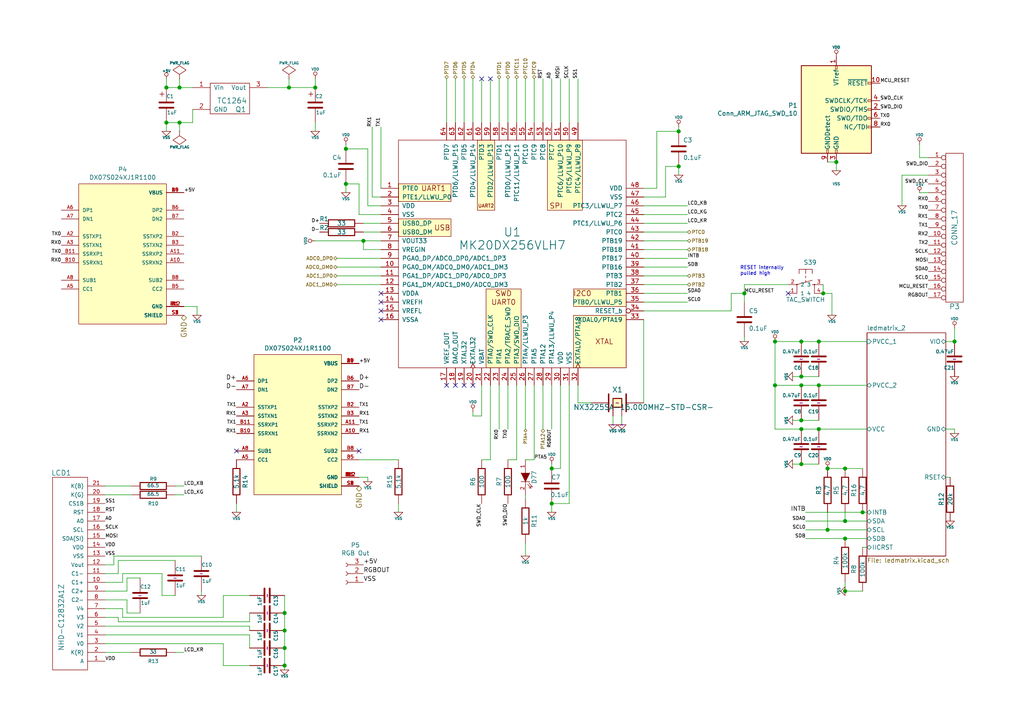
<source format=kicad_sch>
(kicad_sch (version 20210621) (generator eeschema)
  (paper "A4")
  (title_block (title "ICED-L") (date "2016-07-17") (rev "Rev 1.2b") (company "Input Club"))
  (junction (at 48.26 25.4) (diameter 1.016))
  (junction (at 48.26 35.56) (diameter 1.016))
  (junction (at 52.07 25.4) (diameter 1.016))
  (junction (at 52.07 35.56) (diameter 1.016))
  (junction (at 82.55 177.8) (diameter 1.016))
  (junction (at 82.55 182.88) (diameter 1.016))
  (junction (at 82.55 187.96) (diameter 1.016))
  (junction (at 82.55 193.04) (diameter 1.016))
  (junction (at 83.82 25.4) (diameter 1.016))
  (junction (at 91.44 25.4) (diameter 1.016))
  (junction (at 100.33 43.18) (diameter 1.016))
  (junction (at 100.33 53.34) (diameter 1.016))
  (junction (at 105.41 69.85) (diameter 1.016))
  (junction (at 160.02 135.89) (diameter 1.016))
  (junction (at 160.02 146.05) (diameter 1.016))
  (junction (at 196.85 38.1) (diameter 1.016))
  (junction (at 196.85 48.26) (diameter 1.016))
  (junction (at 215.9 85.09) (diameter 1.016))
  (junction (at 224.79 99.06) (diameter 1.016))
  (junction (at 224.79 111.76) (diameter 1.016))
  (junction (at 232.41 99.06) (diameter 1.016))
  (junction (at 232.41 109.22) (diameter 1.016))
  (junction (at 232.41 111.76) (diameter 1.016))
  (junction (at 232.41 121.92) (diameter 1.016))
  (junction (at 232.41 124.46) (diameter 1.016))
  (junction (at 232.41 134.62) (diameter 1.016))
  (junction (at 237.49 99.06) (diameter 1.016))
  (junction (at 237.49 111.76) (diameter 1.016))
  (junction (at 237.49 124.46) (diameter 1.016))
  (junction (at 238.76 85.09) (diameter 1.016))
  (junction (at 240.03 135.89) (diameter 1.016))
  (junction (at 240.03 153.67) (diameter 1.016))
  (junction (at 242.57 46.99) (diameter 1.016))
  (junction (at 245.11 135.89) (diameter 1.016))
  (junction (at 245.11 151.13) (diameter 1.016))
  (junction (at 245.11 156.21) (diameter 1.016))
  (junction (at 245.11 171.45) (diameter 1.016))
  (junction (at 250.19 148.59) (diameter 1.016))
  (junction (at 276.86 99.06) (diameter 1.016))
  (no_connect (at 68.58 130.81))
  (no_connect (at 104.14 130.81))
  (no_connect (at 110.49 85.09))
  (no_connect (at 110.49 87.63))
  (no_connect (at 110.49 90.17))
  (no_connect (at 110.49 92.71))
  (no_connect (at 129.54 111.76))
  (no_connect (at 132.08 111.76))
  (no_connect (at 134.62 111.76))
  (no_connect (at 137.16 111.76))
  (no_connect (at 139.7 22.86))
  (no_connect (at 142.24 22.86))
  (no_connect (at 228.6 85.09))
  (wire (pts (xy 30.48 140.97) (xy 38.1 140.97)))
  (wire (pts (xy 30.48 143.51) (xy 38.1 143.51)))
  (wire (pts (xy 30.48 163.83) (xy 33.02 163.83)))
  (wire (pts (xy 30.48 168.91) (xy 35.56 168.91)))
  (wire (pts (xy 30.48 173.99) (xy 36.83 173.99)))
  (wire (pts (xy 30.48 176.53) (xy 35.56 176.53)))
  (wire (pts (xy 30.48 181.61) (xy 72.39 181.61)))
  (wire (pts (xy 30.48 186.69) (xy 64.77 186.69)))
  (wire (pts (xy 33.02 161.29) (xy 58.42 161.29)))
  (wire (pts (xy 33.02 163.83) (xy 33.02 161.29)))
  (wire (pts (xy 34.29 162.56) (xy 34.29 166.37)))
  (wire (pts (xy 34.29 166.37) (xy 30.48 166.37)))
  (wire (pts (xy 34.29 179.07) (xy 30.48 179.07)))
  (wire (pts (xy 34.29 180.34) (xy 34.29 179.07)))
  (wire (pts (xy 35.56 166.37) (xy 46.99 166.37)))
  (wire (pts (xy 35.56 168.91) (xy 35.56 166.37)))
  (wire (pts (xy 35.56 176.53) (xy 35.56 179.07)))
  (wire (pts (xy 35.56 179.07) (xy 64.77 179.07)))
  (wire (pts (xy 36.83 167.64) (xy 36.83 171.45)))
  (wire (pts (xy 36.83 171.45) (xy 30.48 171.45)))
  (wire (pts (xy 36.83 173.99) (xy 36.83 177.8)))
  (wire (pts (xy 36.83 177.8) (xy 40.64 177.8)))
  (wire (pts (xy 38.1 189.23) (xy 30.48 189.23)))
  (wire (pts (xy 40.64 167.64) (xy 36.83 167.64)))
  (wire (pts (xy 46.99 166.37) (xy 46.99 172.72)))
  (wire (pts (xy 46.99 172.72) (xy 50.8 172.72)))
  (wire (pts (xy 48.26 22.86) (xy 48.26 25.4)))
  (wire (pts (xy 48.26 25.4) (xy 52.07 25.4)))
  (wire (pts (xy 48.26 35.56) (xy 52.07 35.56)))
  (wire (pts (xy 48.26 38.1) (xy 48.26 35.56)))
  (wire (pts (xy 50.8 140.97) (xy 53.34 140.97)))
  (wire (pts (xy 50.8 162.56) (xy 34.29 162.56)))
  (wire (pts (xy 50.8 189.23) (xy 53.34 189.23)))
  (wire (pts (xy 52.07 22.86) (xy 52.07 25.4)))
  (wire (pts (xy 52.07 25.4) (xy 55.88 25.4)))
  (wire (pts (xy 52.07 35.56) (xy 55.88 35.56)))
  (wire (pts (xy 52.07 38.1) (xy 52.07 35.56)))
  (wire (pts (xy 53.34 88.9) (xy 57.15 88.9)))
  (wire (pts (xy 53.34 143.51) (xy 50.8 143.51)))
  (wire (pts (xy 55.88 35.56) (xy 55.88 31.75)))
  (wire (pts (xy 57.15 88.9) (xy 57.15 91.44)))
  (wire (pts (xy 58.42 172.72) (xy 58.42 171.45)))
  (wire (pts (xy 64.77 172.72) (xy 72.39 172.72)))
  (wire (pts (xy 64.77 179.07) (xy 64.77 172.72)))
  (wire (pts (xy 64.77 186.69) (xy 64.77 193.04)))
  (wire (pts (xy 64.77 193.04) (xy 72.39 193.04)))
  (wire (pts (xy 68.58 148.59) (xy 68.58 146.05)))
  (wire (pts (xy 72.39 177.8) (xy 72.39 180.34)))
  (wire (pts (xy 72.39 180.34) (xy 34.29 180.34)))
  (wire (pts (xy 72.39 181.61) (xy 72.39 182.88)))
  (wire (pts (xy 72.39 184.15) (xy 30.48 184.15)))
  (wire (pts (xy 72.39 187.96) (xy 72.39 184.15)))
  (wire (pts (xy 82.55 172.72) (xy 82.55 177.8)))
  (wire (pts (xy 82.55 177.8) (xy 82.55 182.88)))
  (wire (pts (xy 82.55 182.88) (xy 82.55 187.96)))
  (wire (pts (xy 82.55 187.96) (xy 82.55 193.04)))
  (wire (pts (xy 82.55 193.04) (xy 82.55 194.31)))
  (wire (pts (xy 83.82 25.4) (xy 77.47 25.4)))
  (wire (pts (xy 83.82 25.4) (xy 83.82 22.86)))
  (wire (pts (xy 91.44 25.4) (xy 83.82 25.4)))
  (wire (pts (xy 91.44 25.4) (xy 91.44 22.86)))
  (wire (pts (xy 91.44 38.1) (xy 91.44 35.56)))
  (wire (pts (xy 91.44 69.85) (xy 105.41 69.85)))
  (wire (pts (xy 100.33 43.18) (xy 100.33 41.91)))
  (wire (pts (xy 100.33 53.34) (xy 104.14 53.34)))
  (wire (pts (xy 100.33 55.88) (xy 100.33 53.34)))
  (wire (pts (xy 104.14 53.34) (xy 104.14 62.23)))
  (wire (pts (xy 104.14 62.23) (xy 110.49 62.23)))
  (wire (pts (xy 104.14 133.35) (xy 115.57 133.35)))
  (wire (pts (xy 104.14 138.43) (xy 106.68 138.43)))
  (wire (pts (xy 105.41 69.85) (xy 110.49 69.85)))
  (wire (pts (xy 105.41 72.39) (xy 105.41 69.85)))
  (wire (pts (xy 106.68 43.18) (xy 100.33 43.18)))
  (wire (pts (xy 106.68 59.69) (xy 106.68 43.18)))
  (wire (pts (xy 106.68 138.43) (xy 106.68 139.7)))
  (wire (pts (xy 107.95 57.15) (xy 107.95 36.83)))
  (wire (pts (xy 110.49 54.61) (xy 110.49 36.83)))
  (wire (pts (xy 110.49 57.15) (xy 107.95 57.15)))
  (wire (pts (xy 110.49 59.69) (xy 106.68 59.69)))
  (wire (pts (xy 110.49 64.77) (xy 105.41 64.77)))
  (wire (pts (xy 110.49 67.31) (xy 105.41 67.31)))
  (wire (pts (xy 110.49 72.39) (xy 105.41 72.39)))
  (wire (pts (xy 110.49 74.93) (xy 97.79 74.93)))
  (wire (pts (xy 110.49 77.47) (xy 97.79 77.47)))
  (wire (pts (xy 110.49 80.01) (xy 97.79 80.01)))
  (wire (pts (xy 110.49 82.55) (xy 97.79 82.55)))
  (wire (pts (xy 115.57 146.05) (xy 115.57 148.59)))
  (wire (pts (xy 129.54 35.56) (xy 129.54 22.86)))
  (wire (pts (xy 132.08 35.56) (xy 132.08 22.86)))
  (wire (pts (xy 134.62 22.86) (xy 134.62 35.56)))
  (wire (pts (xy 137.16 35.56) (xy 137.16 22.86)))
  (wire (pts (xy 137.16 120.65) (xy 137.16 119.38)))
  (wire (pts (xy 139.7 35.56) (xy 139.7 22.86)))
  (wire (pts (xy 139.7 111.76) (xy 139.7 120.65)))
  (wire (pts (xy 139.7 120.65) (xy 137.16 120.65)))
  (wire (pts (xy 142.24 22.86) (xy 142.24 35.56)))
  (wire (pts (xy 142.24 111.76) (xy 142.24 133.35)))
  (wire (pts (xy 142.24 133.35) (xy 139.7 133.35)))
  (wire (pts (xy 144.78 35.56) (xy 144.78 22.86)))
  (wire (pts (xy 144.78 111.76) (xy 144.78 124.46)))
  (wire (pts (xy 147.32 35.56) (xy 147.32 22.86)))
  (wire (pts (xy 147.32 111.76) (xy 147.32 124.46)))
  (wire (pts (xy 149.86 35.56) (xy 149.86 22.86)))
  (wire (pts (xy 149.86 111.76) (xy 149.86 133.35)))
  (wire (pts (xy 149.86 133.35) (xy 147.32 133.35)))
  (wire (pts (xy 152.4 22.86) (xy 152.4 35.56)))
  (wire (pts (xy 152.4 124.46) (xy 152.4 111.76)))
  (wire (pts (xy 152.4 143.51) (xy 152.4 144.78)))
  (wire (pts (xy 152.4 157.48) (xy 152.4 161.29)))
  (wire (pts (xy 154.94 35.56) (xy 154.94 22.86)))
  (wire (pts (xy 154.94 111.76) (xy 154.94 133.35)))
  (wire (pts (xy 154.94 133.35) (xy 152.4 133.35)))
  (wire (pts (xy 157.48 35.56) (xy 157.48 22.86)))
  (wire (pts (xy 157.48 111.76) (xy 157.48 124.46)))
  (wire (pts (xy 160.02 35.56) (xy 160.02 22.86)))
  (wire (pts (xy 160.02 111.76) (xy 160.02 124.46)))
  (wire (pts (xy 160.02 134.62) (xy 160.02 135.89)))
  (wire (pts (xy 160.02 135.89) (xy 162.56 135.89)))
  (wire (pts (xy 160.02 146.05) (xy 160.02 148.59)))
  (wire (pts (xy 160.02 146.05) (xy 165.1 146.05)))
  (wire (pts (xy 162.56 22.86) (xy 162.56 35.56)))
  (wire (pts (xy 162.56 135.89) (xy 162.56 111.76)))
  (wire (pts (xy 165.1 35.56) (xy 165.1 22.86)))
  (wire (pts (xy 165.1 146.05) (xy 165.1 111.76)))
  (wire (pts (xy 167.64 35.56) (xy 167.64 22.86)))
  (wire (pts (xy 167.64 111.76) (xy 167.64 116.84)))
  (wire (pts (xy 167.64 116.84) (xy 171.45 116.84)))
  (wire (pts (xy 177.8 120.65) (xy 177.8 123.19)))
  (wire (pts (xy 180.34 120.65) (xy 180.34 123.19)))
  (wire (pts (xy 186.69 54.61) (xy 190.5 54.61)))
  (wire (pts (xy 186.69 59.69) (xy 199.39 59.69)))
  (wire (pts (xy 186.69 64.77) (xy 199.39 64.77)))
  (wire (pts (xy 186.69 82.55) (xy 199.39 82.55)))
  (wire (pts (xy 186.69 87.63) (xy 199.39 87.63)))
  (wire (pts (xy 186.69 90.17) (xy 212.09 90.17)))
  (wire (pts (xy 186.69 92.71) (xy 186.69 116.84)))
  (wire (pts (xy 190.5 38.1) (xy 196.85 38.1)))
  (wire (pts (xy 190.5 54.61) (xy 190.5 38.1)))
  (wire (pts (xy 193.04 48.26) (xy 193.04 57.15)))
  (wire (pts (xy 193.04 57.15) (xy 186.69 57.15)))
  (wire (pts (xy 196.85 38.1) (xy 196.85 36.83)))
  (wire (pts (xy 196.85 48.26) (xy 193.04 48.26)))
  (wire (pts (xy 196.85 50.8) (xy 196.85 48.26)))
  (wire (pts (xy 199.39 62.23) (xy 186.69 62.23)))
  (wire (pts (xy 199.39 67.31) (xy 186.69 67.31)))
  (wire (pts (xy 199.39 69.85) (xy 186.69 69.85)))
  (wire (pts (xy 199.39 72.39) (xy 186.69 72.39)))
  (wire (pts (xy 199.39 74.93) (xy 186.69 74.93)))
  (wire (pts (xy 199.39 77.47) (xy 186.69 77.47)))
  (wire (pts (xy 199.39 80.01) (xy 186.69 80.01)))
  (wire (pts (xy 199.39 85.09) (xy 186.69 85.09)))
  (wire (pts (xy 212.09 85.09) (xy 215.9 85.09)))
  (wire (pts (xy 212.09 90.17) (xy 212.09 85.09)))
  (wire (pts (xy 215.9 82.55) (xy 215.9 85.09)))
  (wire (pts (xy 215.9 85.09) (xy 215.9 87.63)))
  (wire (pts (xy 215.9 97.79) (xy 215.9 99.06)))
  (wire (pts (xy 224.79 111.76) (xy 224.79 99.06)))
  (wire (pts (xy 224.79 124.46) (xy 224.79 111.76)))
  (wire (pts (xy 228.6 82.55) (xy 215.9 82.55)))
  (wire (pts (xy 232.41 99.06) (xy 224.79 99.06)))
  (wire (pts (xy 232.41 109.22) (xy 229.87 109.22)))
  (wire (pts (xy 232.41 109.22) (xy 237.49 109.22)))
  (wire (pts (xy 232.41 111.76) (xy 224.79 111.76)))
  (wire (pts (xy 232.41 121.92) (xy 229.87 121.92)))
  (wire (pts (xy 232.41 121.92) (xy 237.49 121.92)))
  (wire (pts (xy 232.41 124.46) (xy 224.79 124.46)))
  (wire (pts (xy 232.41 134.62) (xy 229.87 134.62)))
  (wire (pts (xy 232.41 134.62) (xy 237.49 134.62)))
  (wire (pts (xy 233.68 148.59) (xy 250.19 148.59)))
  (wire (pts (xy 233.68 151.13) (xy 245.11 151.13)))
  (wire (pts (xy 233.68 153.67) (xy 240.03 153.67)))
  (wire (pts (xy 237.49 99.06) (xy 232.41 99.06)))
  (wire (pts (xy 237.49 99.06) (xy 251.46 99.06)))
  (wire (pts (xy 237.49 111.76) (xy 232.41 111.76)))
  (wire (pts (xy 237.49 111.76) (xy 251.46 111.76)))
  (wire (pts (xy 237.49 124.46) (xy 232.41 124.46)))
  (wire (pts (xy 237.49 124.46) (xy 251.46 124.46)))
  (wire (pts (xy 238.76 85.09) (xy 238.76 82.55)))
  (wire (pts (xy 240.03 46.99) (xy 242.57 46.99)))
  (wire (pts (xy 240.03 148.59) (xy 240.03 153.67)))
  (wire (pts (xy 240.03 153.67) (xy 251.46 153.67)))
  (wire (pts (xy 241.3 85.09) (xy 238.76 85.09)))
  (wire (pts (xy 241.3 91.44) (xy 241.3 85.09)))
  (wire (pts (xy 242.57 49.53) (xy 242.57 46.99)))
  (wire (pts (xy 245.11 135.89) (xy 240.03 135.89)))
  (wire (pts (xy 245.11 135.89) (xy 250.19 135.89)))
  (wire (pts (xy 245.11 148.59) (xy 245.11 151.13)))
  (wire (pts (xy 245.11 151.13) (xy 251.46 151.13)))
  (wire (pts (xy 245.11 156.21) (xy 233.68 156.21)))
  (wire (pts (xy 245.11 171.45) (xy 245.11 168.91)))
  (wire (pts (xy 250.19 148.59) (xy 251.46 148.59)))
  (wire (pts (xy 250.19 171.45) (xy 245.11 171.45)))
  (wire (pts (xy 251.46 156.21) (xy 245.11 156.21)))
  (wire (pts (xy 251.46 158.75) (xy 250.19 158.75)))
  (wire (pts (xy 261.62 50.8) (xy 261.62 59.69)))
  (wire (pts (xy 266.7 45.72) (xy 266.7 41.91)))
  (wire (pts (xy 269.24 45.72) (xy 266.7 45.72)))
  (wire (pts (xy 269.24 50.8) (xy 261.62 50.8)))
  (wire (pts (xy 269.24 55.88) (xy 266.7 55.88)))
  (wire (pts (xy 274.32 99.06) (xy 276.86 99.06)))
  (wire (pts (xy 274.32 124.46) (xy 276.86 124.46)))
  (wire (pts (xy 275.59 138.43) (xy 274.32 138.43)))
  (wire (pts (xy 276.86 99.06) (xy 276.86 95.25)))
  (wire (pts (xy 276.86 124.46) (xy 276.86 125.73)))
  (text "RESET internally\npulled high" (at 214.63 80.01 0) (effects (font (size 1.016 1.016)) (justify left bottom)))
  (label "TX0" (at 17.78 68.58 180) (effects (font (size 0.9906 0.9906))))
  (label "RX0" (at 17.78 71.12 180) (effects (font (size 0.9906 0.9906))))
  (label "TX0" (at 17.78 73.66 180) (effects (font (size 0.9906 0.9906))))
  (label "RX0" (at 17.78 76.2 180) (effects (font (size 0.9906 0.9906))))
  (label "SS1" (at 30.48 146.05 0) (effects (font (size 0.9906 0.9906))))
  (label "RST" (at 30.48 148.59 0) (effects (font (size 0.9906 0.9906))))
  (label "A0" (at 30.48 151.13 0) (effects (font (size 0.9906 0.9906))))
  (label "SCLK" (at 30.48 153.67 0) (effects (font (size 0.9906 0.9906))))
  (label "MOSI" (at 30.48 156.21 0) (effects (font (size 0.9906 0.9906))))
  (label "VDD" (at 30.48 158.75 0) (effects (font (size 0.9906 0.9906))))
  (label "VSS" (at 30.48 161.29 0) (effects (font (size 0.9906 0.9906))))
  (label "VDD" (at 30.48 191.77 0) (effects (font (size 0.9906 0.9906))))
  (label "+5V" (at 53.34 55.88 0) (effects (font (size 0.9906 0.9906))))
  (label "LCD_KB" (at 53.34 140.97 0) (effects (font (size 0.9906 0.9906))))
  (label "LCD_KG" (at 53.34 143.51 0) (effects (font (size 0.9906 0.9906))))
  (label "LCD_KR" (at 53.34 189.23 0) (effects (font (size 0.9906 0.9906))))
  (label "D+" (at 68.58 110.49 180))
  (label "D-" (at 68.58 113.03 180))
  (label "TX1" (at 68.58 118.11 180) (effects (font (size 0.9906 0.9906))))
  (label "RX1" (at 68.58 120.65 180) (effects (font (size 0.9906 0.9906))))
  (label "TX1" (at 68.58 123.19 180) (effects (font (size 0.9906 0.9906))))
  (label "RX1" (at 68.58 125.73 180) (effects (font (size 0.9906 0.9906))))
  (label "D+" (at 92.71 64.77 180) (effects (font (size 0.9906 0.9906))))
  (label "D-" (at 92.71 67.31 180) (effects (font (size 0.9906 0.9906))))
  (label "+5V" (at 104.14 105.41 0) (effects (font (size 0.9906 0.9906))))
  (label "D+" (at 104.14 110.49 0))
  (label "D-" (at 104.14 113.03 0))
  (label "TX1" (at 104.14 118.11 0) (effects (font (size 0.9906 0.9906))))
  (label "RX1" (at 104.14 120.65 0) (effects (font (size 0.9906 0.9906))))
  (label "TX1" (at 104.14 123.19 0) (effects (font (size 0.9906 0.9906))))
  (label "RX1" (at 104.14 125.73 0) (effects (font (size 0.9906 0.9906))))
  (label "+5V" (at 105.41 163.83 0))
  (label "RGBOUT" (at 105.41 166.37 0))
  (label "VSS" (at 105.41 168.91 0))
  (label "RX1" (at 107.95 36.83 90) (effects (font (size 0.9906 0.9906))))
  (label "TX1" (at 110.49 36.83 90) (effects (font (size 0.9906 0.9906))))
  (label "SWD_CLK" (at 139.7 146.05 270) (effects (font (size 0.9906 0.9906))))
  (label "RX0" (at 144.78 124.46 270) (effects (font (size 0.9906 0.9906))))
  (label "TX0" (at 147.32 124.46 270) (effects (font (size 0.9906 0.9906))))
  (label "SWD_DIO" (at 147.32 146.05 270) (effects (font (size 0.9906 0.9906))))
  (label "PTA5" (at 154.94 133.35 0) (effects (font (size 0.9906 0.9906))))
  (label "RST" (at 157.48 22.86 90) (effects (font (size 0.9906 0.9906))))
  (label "A0" (at 160.02 22.86 90) (effects (font (size 0.9906 0.9906))))
  (label "RGBOUT" (at 160.02 124.46 270) (effects (font (size 0.889 0.889))))
  (label "MOSI" (at 162.56 22.86 90) (effects (font (size 0.9906 0.9906))))
  (label "SCLK" (at 165.1 22.86 90) (effects (font (size 0.9906 0.9906))))
  (label "SS1" (at 167.64 22.86 90) (effects (font (size 0.9906 0.9906))))
  (label "LCD_KB" (at 199.39 59.69 0) (effects (font (size 0.9906 0.9906))))
  (label "LCD_KG" (at 199.39 62.23 0) (effects (font (size 0.9906 0.9906))))
  (label "LCD_KR" (at 199.39 64.77 0) (effects (font (size 0.9906 0.9906))))
  (label "INTB" (at 199.39 74.93 0) (effects (font (size 0.9906 0.9906))))
  (label "SDB" (at 199.39 77.47 0) (effects (font (size 0.9906 0.9906))))
  (label "SDA0" (at 199.39 85.09 0) (effects (font (size 0.9906 0.9906))))
  (label "SCL0" (at 199.39 87.63 0) (effects (font (size 0.9906 0.9906))))
  (label "MCU_RESET" (at 215.9 85.09 0) (effects (font (size 0.9906 0.9906))))
  (label "INTB" (at 233.68 148.59 180))
  (label "SDA0" (at 233.68 151.13 180) (effects (font (size 0.9906 0.9906))))
  (label "SCL0" (at 233.68 153.67 180) (effects (font (size 0.9906 0.9906))))
  (label "SDB" (at 233.68 156.21 180) (effects (font (size 0.9906 0.9906))))
  (label "MCU_RESET" (at 255.27 24.13 0) (effects (font (size 0.9906 0.9906))))
  (label "SWD_CLK" (at 255.27 29.21 0) (effects (font (size 0.9906 0.9906))))
  (label "SWD_DIO" (at 255.27 31.75 0) (effects (font (size 0.9906 0.9906))))
  (label "TX0" (at 255.27 34.29 0) (effects (font (size 0.9906 0.9906))))
  (label "RX0" (at 255.27 36.83 0) (effects (font (size 0.9906 0.9906))))
  (label "SWD_DIO" (at 269.24 48.26 180) (effects (font (size 0.9906 0.9906))))
  (label "SWD_CLK" (at 269.24 53.34 180) (effects (font (size 0.9906 0.9906))))
  (label "RX0" (at 269.24 58.42 180) (effects (font (size 0.9906 0.9906))))
  (label "TX0" (at 269.24 60.96 180) (effects (font (size 0.9906 0.9906))))
  (label "RX1" (at 269.24 63.5 180) (effects (font (size 0.9906 0.9906))))
  (label "TX1" (at 269.24 66.04 180) (effects (font (size 0.9906 0.9906))))
  (label "RX2" (at 269.24 68.58 180) (effects (font (size 0.9906 0.9906))))
  (label "TX2" (at 269.24 71.12 180) (effects (font (size 0.9906 0.9906))))
  (label "SCLK" (at 269.24 73.66 180) (effects (font (size 0.9906 0.9906))))
  (label "MOSI" (at 269.24 76.2 180) (effects (font (size 0.9906 0.9906))))
  (label "SDA0" (at 269.24 78.74 180) (effects (font (size 0.9906 0.9906))))
  (label "SCL0" (at 269.24 81.28 180) (effects (font (size 0.9906 0.9906))))
  (label "MCU_RESET" (at 269.24 83.82 180) (effects (font (size 0.9906 0.9906))))
  (label "RGBOUT" (at 269.24 86.36 180) (effects (font (size 0.9906 0.9906))))
  (hierarchical_label "GND" (shape bidirectional) (at 53.34 91.44 270) (effects (font (size 1.524 1.524))))
  (hierarchical_label "ADC0_DP0" (shape tri_state) (at 97.79 74.93 180) (effects (font (size 1.016 1.016))))
  (hierarchical_label "ADC0_DM0" (shape tri_state) (at 97.79 77.47 180) (effects (font (size 1.016 1.016))))
  (hierarchical_label "ADC1_DP0" (shape tri_state) (at 97.79 80.01 180) (effects (font (size 1.016 1.016))))
  (hierarchical_label "ADC1_DM0" (shape tri_state) (at 97.79 82.55 180) (effects (font (size 1.016 1.016))))
  (hierarchical_label "GND" (shape bidirectional) (at 104.14 140.97 270) (effects (font (size 1.524 1.524))))
  (hierarchical_label "PTD7" (shape tri_state) (at 129.54 22.86 90) (effects (font (size 1.016 1.016))))
  (hierarchical_label "PTD6" (shape tri_state) (at 132.08 22.86 90) (effects (font (size 1.016 1.016))))
  (hierarchical_label "PTD5" (shape tri_state) (at 134.62 22.86 90) (effects (font (size 1.016 1.016))))
  (hierarchical_label "PTD4" (shape tri_state) (at 137.16 22.86 90) (effects (font (size 1.016 1.016))))
  (hierarchical_label "PTD1" (shape tri_state) (at 144.78 22.86 90) (effects (font (size 1.016 1.016))))
  (hierarchical_label "PTD0" (shape tri_state) (at 147.32 22.86 90) (effects (font (size 1.016 1.016))))
  (hierarchical_label "PTC11" (shape tri_state) (at 149.86 22.86 90) (effects (font (size 1.016 1.016))))
  (hierarchical_label "PTC10" (shape tri_state) (at 152.4 22.86 90) (effects (font (size 1.016 1.016))))
  (hierarchical_label "PTA4" (shape bidirectional) (at 152.4 124.46 270) (effects (font (size 0.889 0.889))))
  (hierarchical_label "PTC9" (shape tri_state) (at 154.94 22.86 90) (effects (font (size 1.016 1.016))))
  (hierarchical_label "PTA12" (shape tri_state) (at 157.48 124.46 270) (effects (font (size 1.016 1.016))))
  (hierarchical_label "PTC0" (shape tri_state) (at 199.39 67.31 0) (effects (font (size 1.016 1.016))))
  (hierarchical_label "PTB19" (shape tri_state) (at 199.39 69.85 0) (effects (font (size 1.016 1.016))))
  (hierarchical_label "PTB18" (shape tri_state) (at 199.39 72.39 0) (effects (font (size 1.016 1.016))))
  (hierarchical_label "PTB3" (shape tri_state) (at 199.39 80.01 0) (effects (font (size 1.016 1.016))))
  (hierarchical_label "PTB2" (shape tri_state) (at 199.39 82.55 0) (effects (font (size 1.016 1.016))))
  (symbol (lib_id "ICEDLeft:+5V") (at 48.26 22.86 0) (unit 1)
    (property "Reference" "#PWR027" (effects hide))
    (property "Value" "+5V" (at 48.26 20.574 0) (effects (font (size 0.762 0.762))))
  )
  (symbol (lib_id "ICEDLeft:+5V") (at 266.7 55.88 0) (unit 1)
    (property "Reference" "#PWR030" (effects hide))
    (property "Value" "+5V" (at 266.7 53.594 0) (effects (font (size 0.762 0.762))))
  )
  (symbol (lib_id "ICEDLeft:VDD") (at 91.44 22.86 0) (unit 1)
    (property "Reference" "#PWR025" (effects hide))
    (property "Value" "VDD" (at 91.44 20.066 0) (effects (font (size 0.762 0.762))))
  )
  (symbol (lib_id "ICEDLeft:VDD") (at 91.44 69.85 90) (unit 1)
    (property "Reference" "#PWR034" (effects hide))
    (property "Value" "VDD" (at 88.646 69.85 0) (effects (font (size 0.762 0.762))))
  )
  (symbol (lib_id "ICEDLeft:VDD") (at 100.33 41.91 0) (unit 1)
    (property "Reference" "#PWR06" (effects hide))
    (property "Value" "VDD" (at 100.33 39.116 0) (effects (font (size 0.762 0.762))))
  )
  (symbol (lib_id "ICEDLeft:VDD") (at 137.16 119.38 0) (unit 1)
    (property "Reference" "#PWR07" (effects hide))
    (property "Value" "VDD" (at 137.16 116.586 0) (effects (font (size 0.762 0.762))))
  )
  (symbol (lib_id "ICEDLeft:VDD") (at 160.02 134.62 0) (unit 1)
    (property "Reference" "#PWR08" (effects hide))
    (property "Value" "VDD" (at 160.02 131.826 0) (effects (font (size 0.762 0.762))))
  )
  (symbol (lib_id "ICEDLeft:VDD") (at 196.85 36.83 0) (mirror y) (unit 1)
    (property "Reference" "#PWR015" (effects hide))
    (property "Value" "VDD" (at 196.85 34.036 0) (effects (font (size 0.762 0.762))))
  )
  (symbol (lib_id "ICEDLeft:VDD") (at 224.79 99.06 0) (unit 1)
    (property "Reference" "#PWR0110" (effects hide))
    (property "Value" "VDD" (at 224.79 96.266 0) (effects (font (size 0.762 0.762))))
  )
  (symbol (lib_id "ICEDLeft:VDD") (at 240.03 135.89 0) (unit 1)
    (property "Reference" "#PWR0104" (effects hide))
    (property "Value" "VDD" (at 240.03 133.096 0) (effects (font (size 0.762 0.762))))
  )
  (symbol (lib_id "ICEDLeft:VDD") (at 242.57 16.51 0) (unit 1)
    (property "Reference" "#PWR028" (effects hide))
    (property "Value" "VDD" (at 242.57 13.716 0) (effects (font (size 0.762 0.762))))
  )
  (symbol (lib_id "ICEDLeft:VDD") (at 266.7 41.91 0) (unit 1)
    (property "Reference" "#PWR031" (effects hide))
    (property "Value" "VDD" (at 266.7 39.116 0) (effects (font (size 0.762 0.762))))
  )
  (symbol (lib_id "ICEDLeft:VDD") (at 276.86 95.25 0) (unit 1)
    (property "Reference" "#PWR0106" (effects hide))
    (property "Value" "VDD" (at 276.86 92.456 0) (effects (font (size 0.762 0.762))))
  )
  (symbol (lib_id "ICEDLeft:VSS") (at 48.26 38.1 0) (unit 1)
    (property "Reference" "#PWR010" (effects hide))
    (property "Value" "VSS" (at 48.26 39.878 0) (effects (font (size 0.762 0.762))))
  )
  (symbol (lib_id "ICEDLeft:VSS") (at 57.15 91.44 0) (unit 1)
    (property "Reference" "#PWR0113" (effects hide))
    (property "Value" "VSS" (at 57.15 93.218 0) (effects (font (size 0.762 0.762))))
  )
  (symbol (lib_id "ICEDLeft:VSS") (at 58.42 172.72 0) (unit 1)
    (property "Reference" "#PWR020" (effects hide))
    (property "Value" "VSS" (at 58.42 174.498 0) (effects (font (size 0.762 0.762))))
  )
  (symbol (lib_id "ICEDLeft:VSS") (at 68.58 148.59 0) (unit 1)
    (property "Reference" "#PWR09" (effects hide))
    (property "Value" "VSS" (at 68.58 150.368 0) (effects (font (size 0.762 0.762))))
  )
  (symbol (lib_id "ICEDLeft:VSS") (at 82.55 194.31 0) (unit 1)
    (property "Reference" "#PWR024" (effects hide))
    (property "Value" "VSS" (at 82.55 196.088 0) (effects (font (size 0.762 0.762))))
  )
  (symbol (lib_id "ICEDLeft:VSS") (at 91.44 38.1 0) (unit 1)
    (property "Reference" "#PWR026" (effects hide))
    (property "Value" "VSS" (at 91.44 39.878 0) (effects (font (size 0.762 0.762))))
  )
  (symbol (lib_id "ICEDLeft:VSS") (at 100.33 55.88 0) (unit 1)
    (property "Reference" "#PWR01" (effects hide))
    (property "Value" "VSS" (at 100.33 57.658 0) (effects (font (size 0.762 0.762))))
  )
  (symbol (lib_id "ICEDLeft:VSS") (at 106.68 139.7 0) (unit 1)
    (property "Reference" "#PWR0112" (effects hide))
    (property "Value" "VSS" (at 106.68 141.478 0) (effects (font (size 0.762 0.762))))
  )
  (symbol (lib_id "ICEDLeft:VSS") (at 115.57 148.59 0) (unit 1)
    (property "Reference" "#PWR011" (effects hide))
    (property "Value" "VSS" (at 115.57 150.368 0) (effects (font (size 0.762 0.762))))
  )
  (symbol (lib_id "ICEDLeft:VSS") (at 152.4 161.29 0) (unit 1)
    (property "Reference" "#PWR05" (effects hide))
    (property "Value" "VSS" (at 152.4 163.068 0) (effects (font (size 0.762 0.762))))
  )
  (symbol (lib_id "ICEDLeft:VSS") (at 160.02 148.59 0) (unit 1)
    (property "Reference" "#PWR02" (effects hide))
    (property "Value" "VSS" (at 160.02 150.368 0) (effects (font (size 0.762 0.762))))
  )
  (symbol (lib_id "ICEDLeft:VSS") (at 177.8 123.19 0) (unit 1)
    (property "Reference" "#PWR018" (effects hide))
    (property "Value" "VSS" (at 177.8 124.968 0) (effects (font (size 0.762 0.762))))
    (property "Footprint" "~" (at 177.8 123.19 0) (effects (font (size 1.524 1.524))))
    (property "Datasheet" "~" (at 177.8 123.19 0) (effects (font (size 1.524 1.524))))
  )
  (symbol (lib_id "ICEDLeft:VSS") (at 180.34 123.19 0) (unit 1)
    (property "Reference" "#PWR019" (effects hide))
    (property "Value" "VSS" (at 180.34 124.968 0) (effects (font (size 0.762 0.762))))
    (property "Footprint" "~" (at 180.34 123.19 0) (effects (font (size 1.524 1.524))))
    (property "Datasheet" "~" (at 180.34 123.19 0) (effects (font (size 1.524 1.524))))
  )
  (symbol (lib_id "ICEDLeft:VSS") (at 196.85 50.8 0) (mirror y) (unit 1)
    (property "Reference" "#PWR014" (effects hide))
    (property "Value" "VSS" (at 196.85 52.578 0) (effects (font (size 0.762 0.762))))
  )
  (symbol (lib_id "ICEDLeft:VSS") (at 215.9 99.06 0) (unit 1)
    (property "Reference" "#PWR04" (effects hide))
    (property "Value" "VSS" (at 215.9 100.838 0) (effects (font (size 0.762 0.762))))
  )
  (symbol (lib_id "ICEDLeft:VSS") (at 229.87 109.22 270) (unit 1)
    (property "Reference" "#PWR0109" (effects hide))
    (property "Value" "VSS" (at 228.092 109.22 0) (effects (font (size 0.762 0.762))))
  )
  (symbol (lib_id "ICEDLeft:VSS") (at 229.87 121.92 270) (unit 1)
    (property "Reference" "#PWR0108" (effects hide))
    (property "Value" "VSS" (at 228.092 121.92 0) (effects (font (size 0.762 0.762))))
  )
  (symbol (lib_id "ICEDLeft:VSS") (at 229.87 134.62 270) (unit 1)
    (property "Reference" "#PWR0107" (effects hide))
    (property "Value" "VSS" (at 228.092 134.62 0) (effects (font (size 0.762 0.762))))
  )
  (symbol (lib_id "ICEDLeft:VSS") (at 241.3 91.44 0) (unit 1)
    (property "Reference" "#PWR03" (effects hide))
    (property "Value" "VSS" (at 241.3 93.218 0) (effects (font (size 0.762 0.762))))
  )
  (symbol (lib_id "ICEDLeft:VSS") (at 242.57 49.53 0) (unit 1)
    (property "Reference" "#PWR0101" (effects hide))
    (property "Value" "VSS" (at 242.57 53.34 0) (effects (font (size 0.762 0.762))))
  )
  (symbol (lib_id "ICEDLeft:VSS") (at 245.11 171.45 270) (unit 1)
    (property "Reference" "#PWR0103" (effects hide))
    (property "Value" "VSS" (at 243.332 171.45 0) (effects (font (size 0.762 0.762))))
  )
  (symbol (lib_id "ICEDLeft:VSS") (at 261.62 59.69 0) (unit 1)
    (property "Reference" "#PWR029" (effects hide))
    (property "Value" "VSS" (at 261.62 61.468 0) (effects (font (size 0.762 0.762))))
  )
  (symbol (lib_id "ICEDLeft:VSS") (at 275.59 151.13 0) (unit 1)
    (property "Reference" "#PWR0111" (effects hide))
    (property "Value" "VSS" (at 275.59 152.908 0) (effects (font (size 0.762 0.762))))
  )
  (symbol (lib_id "ICEDLeft:VSS") (at 276.86 109.22 0) (unit 1)
    (property "Reference" "#PWR0105" (effects hide))
    (property "Value" "VSS" (at 276.86 110.998 0) (effects (font (size 0.762 0.762))))
  )
  (symbol (lib_id "ICEDLeft:VSS") (at 276.86 125.73 0) (unit 1)
    (property "Reference" "#PWR0102" (effects hide))
    (property "Value" "VSS" (at 276.86 127.508 0) (effects (font (size 0.762 0.762))))
  )
  (symbol (lib_id "ICEDLeft:PWR_FLAG") (at 52.07 22.86 0) (unit 1)
    (property "Reference" "#FLG012" (effects hide))
    (property "Value" "PWR_FLAG" (at 52.07 18.288 0) (effects (font (size 0.762 0.762))))
  )
  (symbol (lib_id "ICEDLeft:PWR_FLAG") (at 52.07 38.1 180) (unit 1)
    (property "Reference" "#FLG013" (effects hide))
    (property "Value" "PWR_FLAG" (at 52.07 42.672 0) (effects (font (size 0.762 0.762))))
  )
  (symbol (lib_id "ICEDLeft:PWR_FLAG") (at 83.82 22.86 0) (unit 1)
    (property "Reference" "#FLG032" (effects hide))
    (property "Value" "PWR_FLAG" (at 83.82 18.288 0) (effects (font (size 0.762 0.762))))
  )
  (symbol (lib_id "ICEDLeft:R") (at 44.45 140.97 90) (unit 1)
    (property "Reference" "R9" (at 44.45 138.938 90) (effects (font (size 1.016 1.016))))
    (property "Value" "66.5" (at 44.4246 140.7922 90) (effects (font (size 1.016 1.016))))
    (property "Footprint" "prettylib:SMD-1005" (effects hide))
    (property "Datasheet" "~" (at 44.45 140.97 0) (effects (font (size 0.762 0.762))))
  )
  (symbol (lib_id "ICEDLeft:R") (at 44.45 143.51 90) (unit 1)
    (property "Reference" "R10" (at 44.45 146.05 90) (effects (font (size 1.016 1.016))))
    (property "Value" "66.5" (at 44.4246 143.3322 90) (effects (font (size 1.016 1.016))))
    (property "Footprint" "prettylib:SMD-1005" (effects hide))
    (property "Datasheet" "~" (at 44.45 143.51 0) (effects (font (size 0.762 0.762))))
  )
  (symbol (lib_id "ICEDLeft:R") (at 44.45 189.23 90) (unit 1)
    (property "Reference" "R13" (at 44.45 191.77 90) (effects (font (size 1.016 1.016))))
    (property "Value" "33" (at 44.4246 189.0522 90) (effects (font (size 1.016 1.016))))
    (property "Footprint" "prettylib:SMD-1005" (effects hide))
    (property "Datasheet" "~" (at 44.45 189.23 0) (effects (font (size 0.762 0.762))))
  )
  (symbol (lib_id "ICEDLeft:R") (at 68.58 139.7 0) (unit 1)
    (property "Reference" "R14" (at 71.12 139.7 90))
    (property "Value" "5.1k" (at 68.58 139.7 90))
    (property "Footprint" "prettylib:SMD-1005" (effects hide))
  )
  (symbol (lib_id "ICEDLeft:R") (at 99.06 64.77 90) (unit 1)
    (property "Reference" "R1" (at 93.98 63.5 90))
    (property "Value" "33" (at 99.06 64.77 90))
    (property "Footprint" "prettylib:SMD-1005" (effects hide))
  )
  (symbol (lib_id "ICEDLeft:R") (at 99.06 67.31 90) (unit 1)
    (property "Reference" "R2" (at 93.98 66.04 90))
    (property "Value" "33" (at 99.06 67.31 90))
    (property "Footprint" "prettylib:SMD-1005" (effects hide))
  )
  (symbol (lib_id "ICEDLeft:R") (at 115.57 139.7 0) (unit 1)
    (property "Reference" "R15" (at 113.03 139.7 90))
    (property "Value" "5.1k" (at 115.57 139.7 90))
    (property "Footprint" "prettylib:SMD-1005" (effects hide))
  )
  (symbol (lib_id "ICEDLeft:R") (at 139.7 139.7 0) (unit 1)
    (property "Reference" "R6" (at 137.16 139.7 90))
    (property "Value" "100" (at 139.7 139.7 90))
    (property "Footprint" "prettylib:SMD-1005" (effects hide))
  )
  (symbol (lib_id "ICEDLeft:R") (at 147.32 139.7 0) (unit 1)
    (property "Reference" "R7" (at 144.78 139.7 90))
    (property "Value" "100" (at 147.32 139.7 90))
    (property "Footprint" "prettylib:SMD-1005" (effects hide))
  )
  (symbol (lib_id "ICEDLeft:R") (at 152.4 151.13 0) (unit 1)
    (property "Reference" "R11" (at 154.94 151.13 90))
    (property "Value" "1k" (at 152.4 151.13 90))
    (property "Footprint" "prettylib:SMD-1005" (effects hide))
  )
  (symbol (lib_id "ICEDLeft:R") (at 240.03 142.24 180) (unit 1)
    (property "Reference" "R3" (at 237.49 142.24 90))
    (property "Value" "4.7" (at 240.03 142.24 90))
    (property "Footprint" "prettylib:SMD-1005" (effects hide))
  )
  (symbol (lib_id "ICEDLeft:R") (at 245.11 142.24 180) (unit 1)
    (property "Reference" "R5" (at 242.57 142.24 90))
    (property "Value" "4.7" (at 245.11 142.24 90))
    (property "Footprint" "prettylib:SMD-1005" (effects hide))
  )
  (symbol (lib_id "ICEDLeft:R") (at 245.11 162.56 180) (unit 1)
    (property "Reference" "R4" (at 242.57 162.56 90))
    (property "Value" "100k" (at 245.11 162.56 90))
    (property "Footprint" "prettylib:SMD-1005" (effects hide))
  )
  (symbol (lib_id "ICEDLeft:R") (at 250.19 142.24 0) (mirror y) (unit 1)
    (property "Reference" "R16" (at 247.65 142.24 90))
    (property "Value" "4.7" (at 250.19 142.24 90))
    (property "Footprint" "prettylib:SMD-1005" (effects hide))
  )
  (symbol (lib_id "ICEDLeft:R") (at 250.19 165.1 180) (unit 1)
    (property "Reference" "R8" (at 247.65 165.1 90))
    (property "Value" "100k" (at 250.19 165.1 90))
    (property "Footprint" "prettylib:SMD-1005" (effects hide))
  )
  (symbol (lib_id "ICEDLeft:R") (at 275.59 144.78 0) (mirror y) (unit 1)
    (property "Reference" "R12" (at 273.05 144.78 90))
    (property "Value" "20k" (at 275.59 144.78 90))
    (property "Footprint" "prettylib:SMD-1005" (effects hide))
  )
  (symbol (lib_id "Connector:Conn_01x03_Female") (at 100.33 166.37 180) (unit 1)
    (property "Reference" "P5" (at 103.0732 158.115 0))
    (property "Value" "RGB Out" (at 103.0732 160.4264 0))
    (property "Footprint" "Connector_PinHeader_2.54mm:PinHeader_1x03_P2.54mm_Horizontal" (effects hide))
  )
  (symbol (lib_id "ICEDLeft:LED") (at 152.4 138.43 90) (mirror x) (unit 1)
    (property "Reference" "D77" (at 154.94 138.43 0))
    (property "Value" "LED" (effects hide))
    (property "Footprint" "prettylib:LED-0603" (effects hide))
  )
  (symbol (lib_id "ICEDLeft:C") (at 40.64 172.72 0) (unit 1)
    (property "Reference" "C12" (at 40.64 170.18 0) (effects (font (size 1.016 1.016)) (justify left)))
    (property "Value" "1uF" (at 40.7924 174.879 0) (effects (font (size 1.016 1.016)) (justify left)))
    (property "Footprint" "prettylib:SMD-1005" (effects hide))
    (property "Datasheet" "~" (at 40.64 172.72 0) (effects (font (size 1.524 1.524))))
  )
  (symbol (lib_id "ICEDLeft:CT") (at 48.26 30.48 0) (unit 1)
    (property "Reference" "C1" (at 48.26 27.94 0) (effects (font (size 1.016 1.016)) (justify left)))
    (property "Value" "1uF" (at 48.4124 32.639 0) (effects (font (size 1.016 1.016)) (justify left)))
    (property "Footprint" "prettylib:SMD-1005" (effects hide))
  )
  (symbol (lib_id "ICEDLeft:C") (at 50.8 167.64 0) (unit 1)
    (property "Reference" "C11" (at 50.8 165.1 0) (effects (font (size 1.016 1.016)) (justify left)))
    (property "Value" "1uF" (at 50.9524 169.799 0) (effects (font (size 1.016 1.016)) (justify left)))
    (property "Footprint" "prettylib:SMD-1005" (effects hide))
    (property "Datasheet" "~" (at 50.8 167.64 0) (effects (font (size 1.524 1.524))))
  )
  (symbol (lib_id "ICEDLeft:C") (at 58.42 166.37 0) (unit 1)
    (property "Reference" "C10" (at 58.42 163.83 0) (effects (font (size 1.016 1.016)) (justify left)))
    (property "Value" "1uF" (at 58.5724 168.529 0) (effects (font (size 1.016 1.016)) (justify left)))
    (property "Footprint" "prettylib:SMD-1005" (effects hide))
    (property "Datasheet" "~" (at 58.42 166.37 0) (effects (font (size 1.524 1.524))))
  )
  (symbol (lib_id "ICEDLeft:C") (at 77.47 172.72 270) (unit 1)
    (property "Reference" "C13" (at 80.01 172.72 0) (effects (font (size 1.016 1.016)) (justify left)))
    (property "Value" "1uF" (at 75.311 172.8724 0) (effects (font (size 1.016 1.016)) (justify left)))
    (property "Footprint" "prettylib:SMD-1005" (effects hide))
    (property "Datasheet" "~" (at 77.47 172.72 0) (effects (font (size 1.524 1.524))))
  )
  (symbol (lib_id "ICEDLeft:C") (at 77.47 177.8 270) (unit 1)
    (property "Reference" "C14" (at 80.01 177.8 0) (effects (font (size 1.016 1.016)) (justify left)))
    (property "Value" "1uF" (at 75.311 177.9524 0) (effects (font (size 1.016 1.016)) (justify left)))
    (property "Footprint" "prettylib:SMD-1005" (effects hide))
    (property "Datasheet" "~" (at 77.47 177.8 0) (effects (font (size 1.524 1.524))))
  )
  (symbol (lib_id "ICEDLeft:C") (at 77.47 182.88 270) (unit 1)
    (property "Reference" "C15" (at 80.01 182.88 0) (effects (font (size 1.016 1.016)) (justify left)))
    (property "Value" "1uF" (at 75.311 183.0324 0) (effects (font (size 1.016 1.016)) (justify left)))
    (property "Footprint" "prettylib:SMD-1005" (effects hide))
    (property "Datasheet" "~" (at 77.47 182.88 0) (effects (font (size 1.524 1.524))))
  )
  (symbol (lib_id "ICEDLeft:C") (at 77.47 187.96 270) (unit 1)
    (property "Reference" "C16" (at 80.01 187.96 0) (effects (font (size 1.016 1.016)) (justify left)))
    (property "Value" "1uF" (at 75.311 188.1124 0) (effects (font (size 1.016 1.016)) (justify left)))
    (property "Footprint" "prettylib:SMD-1005" (effects hide))
    (property "Datasheet" "~" (at 77.47 187.96 0) (effects (font (size 1.524 1.524))))
  )
  (symbol (lib_id "ICEDLeft:C") (at 77.47 193.04 270) (unit 1)
    (property "Reference" "C17" (at 80.01 193.04 0) (effects (font (size 1.016 1.016)) (justify left)))
    (property "Value" "1uF" (at 75.311 193.1924 0) (effects (font (size 1.016 1.016)) (justify left)))
    (property "Footprint" "prettylib:SMD-1005" (effects hide))
    (property "Datasheet" "~" (at 77.47 193.04 0) (effects (font (size 1.524 1.524))))
  )
  (symbol (lib_id "ICEDLeft:CT") (at 91.44 30.48 0) (unit 1)
    (property "Reference" "C2" (at 91.44 27.94 0) (effects (font (size 1.016 1.016)) (justify left)))
    (property "Value" "1uF" (at 91.5924 32.639 0) (effects (font (size 1.016 1.016)) (justify left)))
    (property "Footprint" "prettylib:SMD-1005" (effects hide))
  )
  (symbol (lib_id "ICEDLeft:C") (at 100.33 48.26 0) (mirror y) (unit 1)
    (property "Reference" "C4" (at 99.06 45.72 0) (effects (justify left)))
    (property "Value" "0.1uF" (at 99.06 50.8 0) (effects (justify left)))
    (property "Footprint" "prettylib:SMD-1005" (effects hide))
  )
  (symbol (lib_id "ICEDLeft:C") (at 160.02 140.97 0) (mirror y) (unit 1)
    (property "Reference" "C7" (at 162.56 138.43 0) (effects (justify left)))
    (property "Value" "0.1uF" (at 165.1 143.51 0) (effects (justify left)))
    (property "Footprint" "prettylib:SMD-1005" (effects hide))
  )
  (symbol (lib_id "ICEDLeft:C") (at 196.85 43.18 0) (unit 1)
    (property "Reference" "C3" (at 198.12 40.64 0) (effects (justify left)))
    (property "Value" "0.1uF" (at 198.12 45.72 0) (effects (justify left)))
    (property "Footprint" "prettylib:SMD-1005" (effects hide))
  )
  (symbol (lib_id "ICEDLeft:C") (at 215.9 92.71 0) (unit 1)
    (property "Reference" "C5" (at 217.17 90.17 0) (effects (justify left)))
    (property "Value" "0.1uF" (at 217.17 95.25 0) (effects (justify left)))
    (property "Footprint" "prettylib:SMD-1005" (effects hide))
  )
  (symbol (lib_id "ICEDLeft:C") (at 232.41 104.14 180) (unit 1)
    (property "Reference" "C6" (at 232.41 106.68 0) (effects (font (size 1.016 1.016)) (justify left)))
    (property "Value" "0.47uF" (at 232.2576 101.981 0) (effects (font (size 1.016 1.016)) (justify left)))
    (property "Footprint" "prettylib:SMD-1005" (effects hide))
    (property "Datasheet" "~" (at 232.41 104.14 0) (effects (font (size 1.524 1.524))))
  )
  (symbol (lib_id "ICEDLeft:C") (at 232.41 116.84 180) (unit 1)
    (property "Reference" "C8" (at 232.41 119.38 0) (effects (font (size 1.016 1.016)) (justify left)))
    (property "Value" "0.47uF" (at 232.2576 114.681 0) (effects (font (size 1.016 1.016)) (justify left)))
    (property "Footprint" "prettylib:SMD-1005" (effects hide))
    (property "Datasheet" "~" (at 232.41 116.84 0) (effects (font (size 1.524 1.524))))
  )
  (symbol (lib_id "ICEDLeft:C") (at 232.41 129.54 180) (unit 1)
    (property "Reference" "C9" (at 232.41 132.08 0) (effects (font (size 1.016 1.016)) (justify left)))
    (property "Value" "0.47uF" (at 232.2576 127.381 0) (effects (font (size 1.016 1.016)) (justify left)))
    (property "Footprint" "prettylib:SMD-1005" (effects hide))
    (property "Datasheet" "~" (at 232.41 129.54 0) (effects (font (size 1.524 1.524))))
  )
  (symbol (lib_id "ICEDLeft:C") (at 237.49 104.14 180) (unit 1)
    (property "Reference" "C18" (at 237.49 106.68 0) (effects (font (size 1.016 1.016)) (justify left)))
    (property "Value" "0.1uF" (at 237.3376 101.981 0) (effects (font (size 1.016 1.016)) (justify left)))
    (property "Footprint" "prettylib:SMD-1005" (effects hide))
    (property "Datasheet" "~" (at 237.49 104.14 0) (effects (font (size 1.524 1.524))))
  )
  (symbol (lib_id "ICEDLeft:C") (at 237.49 116.84 180) (unit 1)
    (property "Reference" "C19" (at 237.49 119.38 0) (effects (font (size 1.016 1.016)) (justify left)))
    (property "Value" "0.1uF" (at 237.3376 114.681 0) (effects (font (size 1.016 1.016)) (justify left)))
    (property "Footprint" "prettylib:SMD-1005" (effects hide))
    (property "Datasheet" "~" (at 237.49 116.84 0) (effects (font (size 1.524 1.524))))
  )
  (symbol (lib_id "ICEDLeft:C") (at 237.49 129.54 180) (unit 1)
    (property "Reference" "C20" (at 237.49 132.08 0) (effects (font (size 1.016 1.016)) (justify left)))
    (property "Value" "0.1uF" (at 237.3376 127.381 0) (effects (font (size 1.016 1.016)) (justify left)))
    (property "Footprint" "prettylib:SMD-1005" (effects hide))
    (property "Datasheet" "~" (at 237.49 129.54 0) (effects (font (size 1.524 1.524))))
  )
  (symbol (lib_id "ICEDLeft:C") (at 276.86 104.14 180) (unit 1)
    (property "Reference" "C21" (at 276.86 106.68 0) (effects (font (size 1.016 1.016)) (justify left)))
    (property "Value" "0.47uF" (at 276.7076 101.981 0) (effects (font (size 1.016 1.016)) (justify left)))
    (property "Footprint" "prettylib:SMD-1005" (effects hide))
    (property "Datasheet" "~" (at 276.86 104.14 0) (effects (font (size 1.524 1.524))))
  )
  (symbol (lib_id "ICEDLeft:TAC_SWITCH") (at 233.68 82.55 0) (unit 1)
    (property "Reference" "S39" (at 233.045 76.835 0) (effects (justify left bottom)))
    (property "Value" "TAC_SWITCH" (at 227.965 87.63 0) (effects (justify left bottom)))
    (property "Footprint" "prettylib:TACT_5.2x5.2" (effects hide))
  )
  (symbol (lib_id "ICEDLeft:CRYSTAL") (at 179.07 116.84 0) (unit 1)
    (property "Reference" "X1" (at 179.07 113.03 0) (effects (font (size 1.524 1.524))))
    (property "Value" "NX3225SA-16.000MHZ-STD-CSR-" (at 186.69 118.11 0) (effects (font (size 1.524 1.524))))
    (property "Footprint" "prettylib:NX3225SA" (effects hide))
    (property "Datasheet" "~" (at 179.07 116.84 0) (effects (font (size 1.524 1.524))))
  )
  (symbol (lib_id "ICEDLeft:TC1264") (at 67.31 29.21 0) (unit 1)
    (property "Reference" "Q1" (at 69.85 31.75 0) (effects (font (size 1.524 1.524))))
    (property "Value" "TC1264" (at 67.31 29.21 0) (effects (font (size 1.524 1.524))))
    (property "Footprint" "prettylib:SOT-223" (effects hide))
  )
  (symbol (lib_id "ICEDLeft:CONN_17") (at 276.86 66.04 0) (unit 1)
    (property "Reference" "P3" (at 276.86 88.9 0) (effects (font (size 1.4986 1.4986))))
    (property "Value" "CONN_17" (at 276.86 66.04 90) (effects (font (size 1.4986 1.4986))))
    (property "Footprint" "prettylib:HEADER_1x17" (effects hide))
    (property "Field4" "Single-row" (effects hide))
  )
  (symbol (lib_id "Connector:Conn_ARM_JTAG_SWD_10") (at 242.57 31.75 0) (unit 1)
    (property "Reference" "P1" (at 231.3178 30.5816 0) (effects (justify right)))
    (property "Value" "Conn_ARM_JTAG_SWD_10" (at 231.3178 32.893 0) (effects (justify right)))
    (property "Footprint" "prettylib:SHF-105-01-L-D-TH" (effects hide))
    (property "Datasheet" "http://infocenter.arm.com/help/topic/com.arm.doc.ddi0314h/DDI0314H_coresight_components_trm.pdf" (effects hide))
  )
  (symbol (lib_id "ICEDLeft:NHD-C12832A1Z") (at 20.32 166.37 180) (unit 1)
    (property "Reference" "LCD1" (at 17.78 137.16 0) (effects (font (size 1.4986 1.4986))))
    (property "Value" "NHD-C12832A1Z" (at 17.78 179.07 90) (effects (font (size 1.4986 1.4986))))
    (property "Footprint" "prettylib:NHD-C12832A1Z" (effects hide))
    (property "Field4" "Single-row" (effects hide))
  )
  (symbol (lib_id "ICEDLeft:DX07S024XJ1R1100") (at 35.56 73.66 0) (unit 1)
    (property "Reference" "P4" (at 35.56 49.149 0))
    (property "Value" "DX07S024XJ1R1100" (at 35.56 51.4604 0))
    (property "Footprint" "JAE_DX07S024XJ1R1100" (effects hide))
    (property "MANUFACTURER" "JAE" (effects hide))
    (property "PARTREV" "1" (effects hide))
    (property "MAXIMUM_PACKAGE_HEIGHT" "3.34mm" (effects hide))
    (property "STANDARD" "Manufacturer recommendations" (effects hide))
  )
  (symbol (lib_id "ICEDLeft:DX07S024XJ1R1100") (at 86.36 123.19 0) (unit 1)
    (property "Reference" "P2" (at 86.36 98.679 0))
    (property "Value" "DX07S024XJ1R1100" (at 86.36 100.9904 0))
    (property "Footprint" "JAE_DX07S024XJ1R1100" (effects hide))
    (property "MANUFACTURER" "JAE" (effects hide))
    (property "PARTREV" "1" (effects hide))
    (property "MAXIMUM_PACKAGE_HEIGHT" "3.34mm" (effects hide))
    (property "STANDARD" "Manufacturer recommendations" (effects hide))
  )
  (symbol (lib_id "ICEDLeft:MK20DX256VLH7") (at 148.59 73.66 0) (unit 1)
    (property "Reference" "U1" (at 148.59 67.31 0) (effects (font (size 2.4638 2.4638))))
    (property "Value" "MK20DX256VLH7" (at 148.59 71.12 0) (effects (font (size 2.4638 2.4638))))
    (property "Footprint" "prettylib:LQFP64" (effects hide))
    (property "Datasheet" "https://analytics.supplyframe.com/trackingservlet/track/?r=0x34EY99PS_gIu2qWuzU9_U842M9-un2szqNoXX0OQ-jjEPUPwXgi3IfsrqQGViu987XjBus-9gcyf8XpbnwaHi1tT6iClR7Jil-WnFlbWE5MVIxpZTCyF5yFDTS75_zmi1eCmAEEx-R8Nrn5CFvTOSRoUR87UZQxYgt9p3Ql3TdIPnzZsalJTx0GZMqxhLr-ez6DTlDnohU38WeFjmtavPYIafev-nWIAzLix5WU6p4HfGs_24G4flnirBLo8fgbWzqkUwBkIpijwbGRFSUBLXet-0IDga9My_iMyXpcMhsOqJzAz0oePk68mqUf2SnlejncYR09C8Lc8N_EhJa2pd28IGPMUUDeAwDAwo8G0s" (effects hide))
  )
  (sheet (at 251.46 96.52) (size 22.86 64.77)
    (property "Sheet name" "ledmatrix_2" (at 251.46 95.8845 0) (effects (justify left bottom)))
    (property "Sheet file" "ledmatrix.kicad_sch" (at 251.46 161.7985 0) (effects (justify left top)))
    (pin "GND" bidirectional (at 274.32 124.46 0))
    (pin "PVCC_1" input (at 251.46 99.06 180))
    (pin "PVCC_2" bidirectional (at 251.46 111.76 180))
    (pin "VCC" bidirectional (at 251.46 124.46 180))
    (pin "SCL" bidirectional (at 251.46 153.67 180))
    (pin "VIO" bidirectional (at 274.32 99.06 0))
    (pin "SDA" bidirectional (at 251.46 151.13 180))
    (pin "SDB" bidirectional (at 251.46 156.21 180))
    (pin "IICRST" bidirectional (at 251.46 158.75 180))
    (pin "RSET" bidirectional (at 274.32 138.43 0))
    (pin "INTB" bidirectional (at 251.46 148.59 180))
  )
)
</source>
